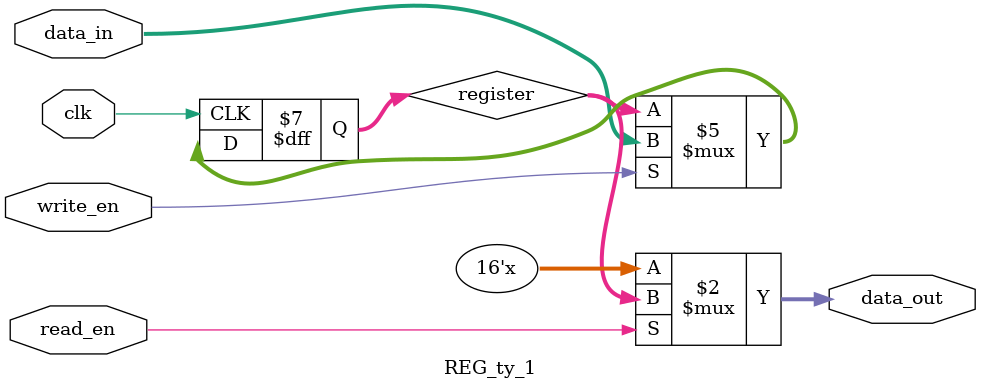
<source format=v>
`timescale 1ns / 1ps
module REG_ty_1(clk,data_in,read_en,write_en,data_out);
	parameter width = 16;
	input clk,read_en,write_en;
	input [width-1:0] data_in;
	output wire[width-1:0] data_out;
	
	reg[width-1:0] register;
	
	initial begin
		register = 0; 
	end
	
	always@(posedge clk)begin
		if(write_en) begin
			register = data_in;
		end
	end
	
	assign data_out = (read_en)? register:16'bz; //tri state WARNING
	
endmodule

</source>
